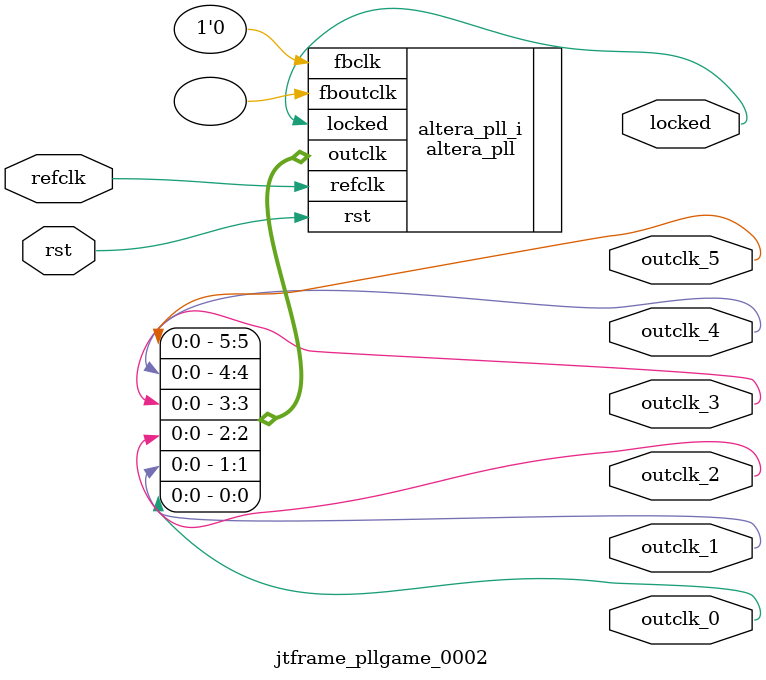
<source format=v>
`timescale 1ns/10ps
module  jtframe_pllgame_0002(

	// interface 'refclk'
	input wire refclk,

	// interface 'reset'
	input wire rst,

	// interface 'outclk0'
	output wire outclk_0,

	// interface 'outclk1'
	output wire outclk_1,

	// interface 'outclk2'
	output wire outclk_2,

	// interface 'outclk3'
	output wire outclk_3,

	// interface 'outclk4'
	output wire outclk_4,

	// interface 'outclk5'
	output wire outclk_5,

	// interface 'locked'
	output wire locked
);

	altera_pll #(
		.fractional_vco_multiplier("false"),
		.reference_clock_frequency("48.0 MHz"),
		.operation_mode("direct"),
		.number_of_clocks(6),
		.output_clock_frequency0("48.000000 MHz"),
		.phase_shift0("0 ps"),
		.duty_cycle0(50),
		.output_clock_frequency1("48.000000 MHz"),
		.phase_shift1("5533 ps"),
		.duty_cycle1(50),
		.output_clock_frequency2("24.000000 MHz"),
		.phase_shift2("0 ps"),
		.duty_cycle2(50),
		.output_clock_frequency3("6.000000 MHz"),
		.phase_shift3("0 ps"),
		.duty_cycle3(50),
		.output_clock_frequency4("96.000000 MHz"),
		.phase_shift4("0 ps"),
		.duty_cycle4(50),
		.output_clock_frequency5("96.000000 MHz"),
		.phase_shift5("-5045 ps"),
		.duty_cycle5(50),
		.output_clock_frequency6("0 MHz"),
		.phase_shift6("0 ps"),
		.duty_cycle6(50),
		.output_clock_frequency7("0 MHz"),
		.phase_shift7("0 ps"),
		.duty_cycle7(50),
		.output_clock_frequency8("0 MHz"),
		.phase_shift8("0 ps"),
		.duty_cycle8(50),
		.output_clock_frequency9("0 MHz"),
		.phase_shift9("0 ps"),
		.duty_cycle9(50),
		.output_clock_frequency10("0 MHz"),
		.phase_shift10("0 ps"),
		.duty_cycle10(50),
		.output_clock_frequency11("0 MHz"),
		.phase_shift11("0 ps"),
		.duty_cycle11(50),
		.output_clock_frequency12("0 MHz"),
		.phase_shift12("0 ps"),
		.duty_cycle12(50),
		.output_clock_frequency13("0 MHz"),
		.phase_shift13("0 ps"),
		.duty_cycle13(50),
		.output_clock_frequency14("0 MHz"),
		.phase_shift14("0 ps"),
		.duty_cycle14(50),
		.output_clock_frequency15("0 MHz"),
		.phase_shift15("0 ps"),
		.duty_cycle15(50),
		.output_clock_frequency16("0 MHz"),
		.phase_shift16("0 ps"),
		.duty_cycle16(50),
		.output_clock_frequency17("0 MHz"),
		.phase_shift17("0 ps"),
		.duty_cycle17(50),
		.pll_type("General"),
		.pll_subtype("General")
	) altera_pll_i (
		.rst	(rst),
		.outclk	({outclk_5, outclk_4, outclk_3, outclk_2, outclk_1, outclk_0}),
		.locked	(locked),
		.fboutclk	( ),
		.fbclk	(1'b0),
		.refclk	(refclk)
	);
endmodule


</source>
